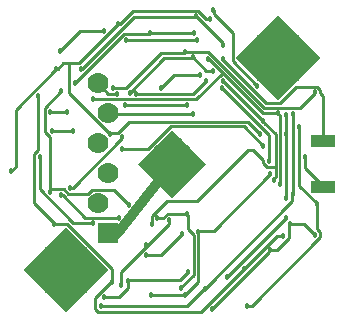
<source format=gbl>
G04 #@! TF.GenerationSoftware,KiCad,Pcbnew,5.0.2-bee76a0~70~ubuntu18.04.1*
G04 #@! TF.CreationDate,2019-09-23T19:43:07+01:00*
G04 #@! TF.ProjectId,charliewatch-norf-routed,63686172-6c69-4657-9761-7463682d6e6f,rev?*
G04 #@! TF.SameCoordinates,Original*
G04 #@! TF.FileFunction,Copper,L2,Bot*
G04 #@! TF.FilePolarity,Positive*
%FSLAX46Y46*%
G04 Gerber Fmt 4.6, Leading zero omitted, Abs format (unit mm)*
G04 Created by KiCad (PCBNEW 5.0.2-bee76a0~70~ubuntu18.04.1) date Mon 23 Sep 2019 19:43:07 BST*
%MOMM*%
%LPD*%
G01*
G04 APERTURE LIST*
G04 #@! TA.AperFunction,ComponentPad*
%ADD10R,1.778000X1.778000*%
G04 #@! TD*
G04 #@! TA.AperFunction,ComponentPad*
%ADD11C,1.778000*%
G04 #@! TD*
G04 #@! TA.AperFunction,SMDPad,CuDef*
%ADD12C,5.080000*%
G04 #@! TD*
G04 #@! TA.AperFunction,Conductor*
%ADD13C,0.100000*%
G04 #@! TD*
G04 #@! TA.AperFunction,SMDPad,CuDef*
%ADD14C,4.064000*%
G04 #@! TD*
G04 #@! TA.AperFunction,SMDPad,CuDef*
%ADD15R,2.000000X1.100000*%
G04 #@! TD*
G04 #@! TA.AperFunction,ViaPad*
%ADD16C,0.457200*%
G04 #@! TD*
G04 #@! TA.AperFunction,Conductor*
%ADD17C,0.254000*%
G04 #@! TD*
G04 #@! TA.AperFunction,Conductor*
%ADD18C,0.812800*%
G04 #@! TD*
G04 APERTURE END LIST*
D10*
G04 #@! TO.P,JP1,1*
G04 #@! TO.N,GND*
X143103600Y-110909100D03*
D11*
G04 #@! TO.P,JP1,2*
G04 #@! TO.N,BSL_VCC*
X142214600Y-108369100D03*
G04 #@! TO.P,JP1,3*
G04 #@! TO.N,BSL_RX*
X143103600Y-105829100D03*
G04 #@! TO.P,JP1,4*
G04 #@! TO.N,BSL_TX*
X142214600Y-103289100D03*
G04 #@! TO.P,JP1,5*
G04 #@! TO.N,BSL_TEST*
X143103600Y-100749100D03*
G04 #@! TO.P,JP1,6*
G04 #@! TO.N,BSL_RST*
X142214600Y-98209100D03*
G04 #@! TD*
D12*
G04 #@! TO.P,U$1,+$2*
G04 #@! TO.N,N/C*
X139520844Y-113983856D03*
D13*
G04 #@! TD*
G04 #@! TO.N,N/C*
G04 #@! TO.C,U$1*
G36*
X139520844Y-110391754D02*
X143112946Y-113983856D01*
X139520844Y-117575958D01*
X135928742Y-113983856D01*
X139520844Y-110391754D01*
X139520844Y-110391754D01*
G37*
D12*
G04 #@! TO.P,U$1,+$1*
G04 #@! TO.N,VCC*
X157481356Y-96023344D03*
D13*
G04 #@! TD*
G04 #@! TO.N,VCC*
G04 #@! TO.C,U$1*
G36*
X157481356Y-92431242D02*
X161073458Y-96023344D01*
X157481356Y-99615446D01*
X153889254Y-96023344D01*
X157481356Y-92431242D01*
X157481356Y-92431242D01*
G37*
D14*
G04 #@! TO.P,U$1,-*
G04 #@! TO.N,GND*
X148501100Y-105003600D03*
D13*
G04 #@! TD*
G04 #@! TO.N,GND*
G04 #@! TO.C,U$1*
G36*
X148501100Y-102129918D02*
X151374782Y-105003600D01*
X148501100Y-107877282D01*
X145627418Y-105003600D01*
X148501100Y-102129918D01*
X148501100Y-102129918D01*
G37*
D15*
G04 #@! TO.P,S2,2*
G04 #@! TO.N,BUTTON*
X161264600Y-106953600D03*
G04 #@! TO.P,S2,1*
G04 #@! TO.N,GND*
X161264600Y-103053600D03*
G04 #@! TD*
D16*
G04 #@! TO.N,B3*
X154851100Y-117068600D03*
X152768300Y-94945200D03*
X150482300Y-92532200D03*
X140754100Y-97002600D03*
X160743900Y-108381800D03*
X159245300Y-101930200D03*
X148247100Y-109804200D03*
X144157700Y-115316000D03*
X139128500Y-107670600D03*
X143979900Y-109575600D03*
X146265900Y-111861600D03*
G04 #@! TO.N,B2*
X160566100Y-111036100D03*
X158508700Y-110083600D03*
X156806900Y-112344200D03*
X151853900Y-117322600D03*
X151523700Y-96164400D03*
X157492700Y-100736400D03*
X138188700Y-100660200D03*
X139611100Y-100660200D03*
X141820900Y-99568000D03*
X157670500Y-106705400D03*
G04 #@! TO.N,B1*
X160566100Y-98971100D03*
X146748500Y-116103400D03*
X149618700Y-116103400D03*
X150710900Y-110769400D03*
X149567900Y-95529400D03*
X138341100Y-102209600D03*
X140093700Y-102209600D03*
X143497300Y-98577400D03*
X156806900Y-105892600D03*
G04 #@! TO.N,B0*
X151993600Y-91986100D03*
X137274300Y-104419400D03*
X141795500Y-110058200D03*
X147256500Y-109626400D03*
X149745700Y-109245400D03*
X149263100Y-115544600D03*
X155689300Y-98399600D03*
G04 #@! TO.N,B4*
X142468600Y-117068600D03*
X150329900Y-93954600D03*
X146646900Y-93954600D03*
X138137900Y-107365800D03*
X139077700Y-98882200D03*
X140271500Y-98171000D03*
X158762700Y-107594400D03*
X158762700Y-100787200D03*
X151244300Y-115595400D03*
X144818100Y-108483400D03*
G04 #@! TO.N,B8*
X152717500Y-98602800D03*
X156705300Y-104775000D03*
X145478500Y-99085400D03*
X151345900Y-98044000D03*
X146291300Y-112725200D03*
X149364700Y-110921800D03*
G04 #@! TO.N,B7*
X150228300Y-96012000D03*
X151980900Y-97180400D03*
X156222700Y-101422200D03*
X152793700Y-97993200D03*
X157162500Y-106375200D03*
X144894300Y-98983800D03*
X146773900Y-110109000D03*
G04 #@! TO.N,B6*
X138976100Y-95478600D03*
X157899100Y-111125000D03*
X154546300Y-113919000D03*
X142735300Y-93751400D03*
X143421100Y-115011200D03*
X138493500Y-110083600D03*
X144259300Y-102743000D03*
X139890500Y-107061000D03*
X137121900Y-99288600D03*
X150609300Y-94513400D03*
X144614900Y-94513400D03*
G04 #@! TO.N,B5*
X134848600Y-105638600D03*
X138696700Y-97028000D03*
X143954500Y-93218000D03*
X151726900Y-92760800D03*
X143243300Y-102514400D03*
X142760700Y-116255800D03*
X144741900Y-114935000D03*
X153174700Y-114630200D03*
X158153100Y-109601000D03*
X158178500Y-100863400D03*
X158178500Y-107950000D03*
X149847300Y-114198400D03*
X155943300Y-102514400D03*
X158178500Y-102514400D03*
G04 #@! TO.N,GND*
X148501100Y-105003600D03*
X147866100Y-106908600D03*
X150088600Y-105956100D03*
X149136100Y-103098600D03*
X146596100Y-104368600D03*
X152844500Y-96113600D03*
X150863300Y-97510600D03*
X147586700Y-98577400D03*
G04 #@! TO.N,VCC*
X156184600Y-97066100D03*
G04 #@! TO.N,BSL_RST*
X149745700Y-100050600D03*
X144538700Y-100050600D03*
X143827500Y-99085400D03*
G04 #@! TO.N,BSL_TEST*
X150253700Y-100761800D03*
G04 #@! TO.N,BUTTON*
X144259300Y-103759000D03*
X156222700Y-103479600D03*
X159727900Y-104419400D03*
G04 #@! TD*
D17*
G04 #@! TO.N,B3*
X152768300Y-94818200D02*
X152768300Y-94945200D01*
X150482300Y-92532200D02*
X152768300Y-94818200D01*
X145249900Y-92608400D02*
X150380700Y-92608400D01*
X140855700Y-97002600D02*
X145249900Y-92608400D01*
X140754100Y-97002600D02*
X140855700Y-97002600D01*
X150380700Y-92608400D02*
X150482300Y-92532200D01*
X160743900Y-110515400D02*
X160743900Y-108381800D01*
X161048700Y-110820200D02*
X160743900Y-110515400D01*
X161048700Y-111252000D02*
X161048700Y-110820200D01*
X155232100Y-117068600D02*
X161048700Y-111252000D01*
X154851100Y-117068600D02*
X155232100Y-117068600D01*
X159245300Y-106857800D02*
X159245300Y-101930200D01*
X160667700Y-108280200D02*
X159245300Y-106857800D01*
X160667700Y-108280200D02*
X160743900Y-108381800D01*
X148247100Y-110083600D02*
X148247100Y-109804200D01*
X144157700Y-114173000D02*
X146380200Y-111950500D01*
X146380200Y-111950500D02*
X148247100Y-110083600D01*
X144157700Y-115316000D02*
X144157700Y-114173000D01*
X139255500Y-107670600D02*
X139128500Y-107670600D01*
X141160500Y-109575600D02*
X139255500Y-107670600D01*
X143979900Y-109575600D02*
X141160500Y-109575600D01*
X146291300Y-111861600D02*
X146265900Y-111861600D01*
X146291300Y-111861600D02*
X146380200Y-111950500D01*
G04 #@! TO.N,B2*
X159626300Y-110083600D02*
X158508700Y-110083600D01*
X160566100Y-111023400D02*
X159626300Y-110083600D01*
X160566100Y-111023400D02*
X160566100Y-111036100D01*
X157365700Y-112344200D02*
X156806900Y-112344200D01*
X158432500Y-111277400D02*
X157365700Y-112344200D01*
X158432500Y-110185200D02*
X158432500Y-111277400D01*
X158432500Y-110185200D02*
X158508700Y-110083600D01*
X156730700Y-112445800D02*
X151853900Y-117322600D01*
X156730700Y-112445800D02*
X156806900Y-112344200D01*
X151650700Y-96164400D02*
X151523700Y-96164400D01*
X156222700Y-100736400D02*
X152781000Y-97294700D01*
X152781000Y-97294700D02*
X151650700Y-96164400D01*
X157492700Y-100736400D02*
X156222700Y-100736400D01*
X139611100Y-100660200D02*
X138188700Y-100660200D01*
X150507700Y-99568000D02*
X141820900Y-99568000D01*
X152781000Y-97294700D02*
X150507700Y-99568000D01*
X157670500Y-100939600D02*
X157670500Y-106705400D01*
X157568900Y-100838000D02*
X157670500Y-100939600D01*
X157568900Y-100838000D02*
X157492700Y-100736400D01*
G04 #@! TO.N,B1*
X149618700Y-116103400D02*
X146748500Y-116103400D01*
X150710900Y-114985800D02*
X150710900Y-110769400D01*
X149694900Y-116001800D02*
X150710900Y-114985800D01*
X149694900Y-116001800D02*
X149618700Y-116103400D01*
X151574500Y-95529400D02*
X149567900Y-95529400D01*
X156298900Y-100253800D02*
X151574500Y-95529400D01*
X159296100Y-100253800D02*
X156298900Y-100253800D01*
X160566100Y-98983800D02*
X159296100Y-100253800D01*
X160566100Y-98983800D02*
X160566100Y-98971100D01*
X140093700Y-102209600D02*
X138341100Y-102209600D01*
X144614900Y-98577400D02*
X143497300Y-98577400D01*
X147586700Y-95605600D02*
X144614900Y-98577400D01*
X149466300Y-95605600D02*
X147586700Y-95605600D01*
X149466300Y-95605600D02*
X149567900Y-95529400D01*
X152006300Y-110693200D02*
X150812500Y-110693200D01*
X156806900Y-105892600D02*
X152006300Y-110693200D01*
X150812500Y-110693200D02*
X150710900Y-110769400D01*
G04 #@! TO.N,B0*
X137274300Y-107188000D02*
X137274300Y-104419400D01*
X140144500Y-110058200D02*
X137274300Y-107188000D01*
X141795500Y-110058200D02*
X140144500Y-110058200D01*
X147739100Y-109626400D02*
X147256500Y-109626400D01*
X148120100Y-109245400D02*
X147739100Y-109626400D01*
X149745700Y-109245400D02*
X148120100Y-109245400D01*
X149263100Y-115468400D02*
X149263100Y-115544600D01*
X150329900Y-114401600D02*
X149263100Y-115468400D01*
X150329900Y-111074200D02*
X150329900Y-114401600D01*
X149821900Y-110566200D02*
X150329900Y-111074200D01*
X149821900Y-109347000D02*
X149821900Y-110566200D01*
X149821900Y-109347000D02*
X149745700Y-109245400D01*
X152006300Y-92354400D02*
X152006300Y-91998800D01*
X153631900Y-93980000D02*
X152006300Y-92354400D01*
X153631900Y-96342200D02*
X153631900Y-93980000D01*
X155689300Y-98399600D02*
X153631900Y-96342200D01*
X152006300Y-91998800D02*
X151993600Y-91986100D01*
G04 #@! TO.N,B4*
X146646900Y-93954600D02*
X150329900Y-93954600D01*
X138137900Y-102743000D02*
X138137900Y-107365800D01*
X137706100Y-102311200D02*
X138137900Y-102743000D01*
X137706100Y-100253800D02*
X137706100Y-102311200D01*
X139077700Y-98882200D02*
X137706100Y-100253800D01*
X144411700Y-94030800D02*
X146545300Y-94030800D01*
X140271500Y-98171000D02*
X144411700Y-94030800D01*
X146545300Y-94030800D02*
X146646900Y-93954600D01*
X158762700Y-100787200D02*
X158762700Y-107594400D01*
X158686500Y-108153200D02*
X158686500Y-107696000D01*
X151244300Y-115595400D02*
X158686500Y-108153200D01*
X158686500Y-107696000D02*
X158762700Y-107594400D01*
X149745700Y-117068600D02*
X142468600Y-117068600D01*
X151142700Y-115671600D02*
X149745700Y-117068600D01*
X151142700Y-115671600D02*
X151244300Y-115595400D01*
X139331700Y-107188000D02*
X138239500Y-107188000D01*
X139687300Y-107543600D02*
X139331700Y-107188000D01*
X141414500Y-107543600D02*
X139687300Y-107543600D01*
X141744700Y-107213400D02*
X141414500Y-107543600D01*
X143548100Y-107213400D02*
X141744700Y-107213400D01*
X144818100Y-108483400D02*
X143548100Y-107213400D01*
X138239500Y-107188000D02*
X138137900Y-107365800D01*
G04 #@! TO.N,B8*
X156705300Y-102590600D02*
X152717500Y-98602800D01*
X156705300Y-104775000D02*
X156705300Y-102590600D01*
X150304500Y-99085400D02*
X145478500Y-99085400D01*
X151345900Y-98044000D02*
X150304500Y-99085400D01*
X147561300Y-112725200D02*
X146291300Y-112725200D01*
X149364700Y-110921800D02*
X147561300Y-112725200D01*
G04 #@! TO.N,B7*
X151396700Y-97180400D02*
X150228300Y-96012000D01*
X151980900Y-97180400D02*
X151396700Y-97180400D01*
X152793700Y-97993200D02*
X156222700Y-101422200D01*
X157162500Y-106222800D02*
X157162500Y-106375200D01*
X157289500Y-106095800D02*
X157162500Y-106222800D01*
X157289500Y-102514400D02*
X157289500Y-105257600D01*
X157289500Y-105257600D02*
X157289500Y-106095800D01*
X156298900Y-101523800D02*
X157289500Y-102514400D01*
X156298900Y-101523800D02*
X156222700Y-101422200D01*
X147789900Y-96088200D02*
X144894300Y-98983800D01*
X150126700Y-96088200D02*
X147789900Y-96088200D01*
X150126700Y-96088200D02*
X150228300Y-96012000D01*
X146773900Y-109423200D02*
X146773900Y-110109000D01*
X148043900Y-108153200D02*
X146773900Y-109423200D01*
X150609300Y-108153200D02*
X148043900Y-108153200D01*
X154952700Y-103809800D02*
X150609300Y-108153200D01*
X155359100Y-103809800D02*
X154952700Y-103809800D01*
X156222700Y-104673400D02*
X155359100Y-103809800D01*
X156222700Y-104978200D02*
X156222700Y-104673400D01*
X156502100Y-105257600D02*
X156222700Y-104978200D01*
X157289500Y-105257600D02*
X156502100Y-105257600D01*
G04 #@! TO.N,B6*
X157340300Y-111125000D02*
X157899100Y-111125000D01*
X154546300Y-113919000D02*
X157340300Y-111125000D01*
X140703300Y-93751400D02*
X142735300Y-93751400D01*
X138976100Y-95478600D02*
X140703300Y-93751400D01*
X143421100Y-113919000D02*
X143421100Y-115011200D01*
X139585700Y-110083600D02*
X143421100Y-113919000D01*
X138493500Y-110083600D02*
X139585700Y-110083600D01*
X144259300Y-102870000D02*
X144259300Y-102743000D01*
X140068300Y-107061000D02*
X144259300Y-102870000D01*
X139890500Y-107061000D02*
X140068300Y-107061000D01*
X137121900Y-103886000D02*
X137121900Y-99288600D01*
X136791700Y-104216200D02*
X137121900Y-103886000D01*
X136791700Y-108356400D02*
X136791700Y-104216200D01*
X138417300Y-109982000D02*
X136791700Y-108356400D01*
X138417300Y-109982000D02*
X138493500Y-110083600D01*
X144614900Y-94513400D02*
X150609300Y-94513400D01*
X150939500Y-117551200D02*
X154470100Y-114020600D01*
X142252700Y-117551200D02*
X150939500Y-117551200D01*
X141973300Y-117271800D02*
X142252700Y-117551200D01*
X141973300Y-116357400D02*
X141973300Y-117271800D01*
X143319500Y-115011200D02*
X141973300Y-116357400D01*
X154470100Y-114020600D02*
X154546300Y-113919000D01*
X143319500Y-115011200D02*
X143421100Y-115011200D01*
G04 #@! TO.N,B5*
X135242300Y-100482400D02*
X138696700Y-97028000D01*
X135242300Y-105257600D02*
X135242300Y-100482400D01*
X134861300Y-105638600D02*
X135242300Y-105257600D01*
X134861300Y-105638600D02*
X134848600Y-105638600D01*
X140652500Y-96520000D02*
X143954500Y-93218000D01*
X139230100Y-96520000D02*
X139788900Y-96520000D01*
X139788900Y-96520000D02*
X140652500Y-96520000D01*
X138798300Y-96951800D02*
X139230100Y-96520000D01*
X138798300Y-96951800D02*
X138696700Y-97028000D01*
X151396700Y-92760800D02*
X151726900Y-92760800D01*
X150685500Y-92049600D02*
X151396700Y-92760800D01*
X145148300Y-92049600D02*
X150685500Y-92049600D01*
X144056100Y-93141800D02*
X145148300Y-92049600D01*
X144056100Y-93141800D02*
X143954500Y-93218000D01*
X139788900Y-99060000D02*
X143243300Y-102514400D01*
X139788900Y-96520000D02*
X139788900Y-99060000D01*
X143979900Y-116255800D02*
X142760700Y-116255800D01*
X144741900Y-115493800D02*
X143979900Y-116255800D01*
X144741900Y-114935000D02*
X144741900Y-115493800D01*
X153174700Y-114579400D02*
X153174700Y-114630200D01*
X158153100Y-109601000D02*
X153174700Y-114579400D01*
X158178500Y-107950000D02*
X158178500Y-102514400D01*
X158178500Y-102514400D02*
X158178500Y-100863400D01*
X149186900Y-114858800D02*
X144843500Y-114858800D01*
X149847300Y-114198400D02*
X149186900Y-114858800D01*
X144843500Y-114858800D02*
X144741900Y-114935000D01*
X143878300Y-102438200D02*
X143344900Y-102438200D01*
X144843500Y-101473000D02*
X143878300Y-102438200D01*
X154901900Y-101473000D02*
X144843500Y-101473000D01*
X155943300Y-102514400D02*
X154901900Y-101473000D01*
X143344900Y-102438200D02*
X143243300Y-102514400D01*
D18*
G04 #@! TO.N,GND*
X143040100Y-110909100D02*
X143865600Y-110972600D01*
X143865600Y-110972600D02*
X148501100Y-105003600D01*
D17*
X143116300Y-110921800D02*
X143040100Y-110909100D01*
X143116300Y-110921800D02*
X143103600Y-110909100D01*
X161251900Y-99237800D02*
X161251900Y-103047800D01*
X161048700Y-99034600D02*
X161251900Y-99237800D01*
X161048700Y-98755200D02*
X161048700Y-99034600D01*
X160769300Y-98475800D02*
X161048700Y-98755200D01*
X158991300Y-98475800D02*
X160769300Y-98475800D01*
X157594300Y-99872800D02*
X158991300Y-98475800D01*
X156476700Y-99872800D02*
X157594300Y-99872800D01*
X152844500Y-96240600D02*
X156476700Y-99872800D01*
X152844500Y-96113600D02*
X152844500Y-96240600D01*
X148653500Y-97510600D02*
X150863300Y-97510600D01*
X147586700Y-98577400D02*
X148653500Y-97510600D01*
X161251900Y-103047800D02*
X161264600Y-103053600D01*
G04 #@! TO.N,VCC*
X156451300Y-97053400D02*
X156197300Y-97053400D01*
X157467300Y-96037400D02*
X156451300Y-97053400D01*
X156197300Y-97053400D02*
X156184600Y-97066100D01*
X157467300Y-96037400D02*
X157481356Y-96023347D01*
G04 #@! TO.N,BSL_RST*
X144538700Y-100050600D02*
X149745700Y-100050600D01*
X143090900Y-99085400D02*
X143827500Y-99085400D01*
X142214600Y-98209100D02*
X143090900Y-99085400D01*
G04 #@! TO.N,BSL_TEST*
X143116300Y-100761800D02*
X150253700Y-100761800D01*
X143116300Y-100761800D02*
X143103600Y-100749100D01*
G04 #@! TO.N,BUTTON*
X146494500Y-103759000D02*
X144259300Y-103759000D01*
X148399500Y-101854000D02*
X146494500Y-103759000D01*
X154597100Y-101854000D02*
X148399500Y-101854000D01*
X156222700Y-103479600D02*
X154597100Y-101854000D01*
X159727900Y-105410000D02*
X159727900Y-104419400D01*
X161251900Y-106934000D02*
X159727900Y-105410000D01*
X161251900Y-106934000D02*
X161264600Y-106953600D01*
G04 #@! TD*
M02*

</source>
